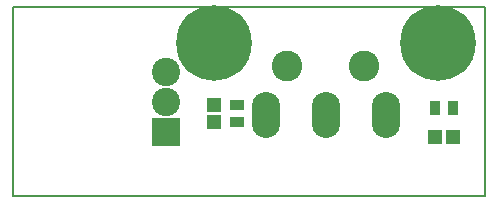
<source format=gts>
G04 #@! TF.FileFunction,Soldermask,Top*
%FSLAX46Y46*%
G04 Gerber Fmt 4.6, Leading zero omitted, Abs format (unit mm)*
G04 Created by KiCad (PCBNEW 4.0.2-stable) date 28/05/2016 23:34:47*
%MOMM*%
G01*
G04 APERTURE LIST*
%ADD10C,0.100000*%
%ADD11C,0.150000*%
%ADD12R,1.150000X1.200000*%
%ADD13R,1.197560X1.197560*%
%ADD14C,6.400000*%
%ADD15R,0.900000X1.300000*%
%ADD16R,1.300000X0.900000*%
%ADD17C,2.600000*%
%ADD18O,2.400000X3.900000*%
%ADD19R,2.400000X2.400000*%
%ADD20C,2.400000*%
G04 APERTURE END LIST*
D10*
D11*
X0Y16000000D02*
X0Y0D01*
X40000000Y16000000D02*
X0Y16000000D01*
X40000000Y0D02*
X40000000Y16000000D01*
X0Y0D02*
X40000000Y0D01*
D12*
X17000000Y7750000D03*
X17000000Y6250000D03*
D13*
X37249300Y5000000D03*
X35750700Y5000000D03*
D14*
X17000000Y13000000D03*
X36000000Y13000000D03*
D15*
X35750000Y7500000D03*
X37250000Y7500000D03*
D16*
X19000000Y6250000D03*
X19000000Y7750000D03*
D17*
X23250000Y11000000D03*
X29750000Y11000000D03*
D18*
X21420000Y6900000D03*
X26500000Y6900000D03*
X31580000Y6900000D03*
D19*
X13000000Y5460000D03*
D20*
X13000000Y8000000D03*
X13000000Y10540000D03*
M02*

</source>
